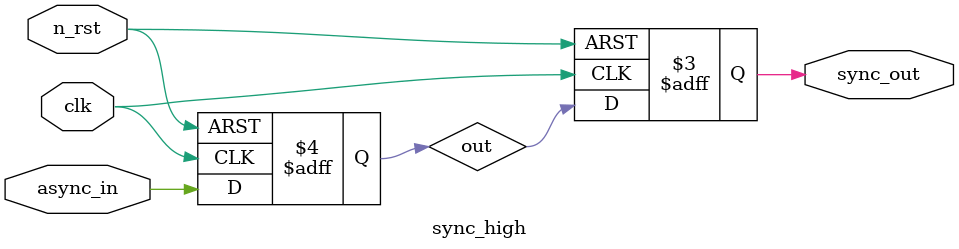
<source format=sv>

module sync_high
(
	input wire clk, 
	input wire n_rst,
	input wire async_in,
	output reg sync_out
);

	reg out;

	always_ff @ (posedge clk, negedge n_rst)
	begin
		if (1'b0 == n_rst)
		begin
			out <= 1'b1;
			sync_out <= 1'b1;
		end
		else begin
			out <= async_in;
			sync_out <= out;
		end
	end

endmodule

</source>
